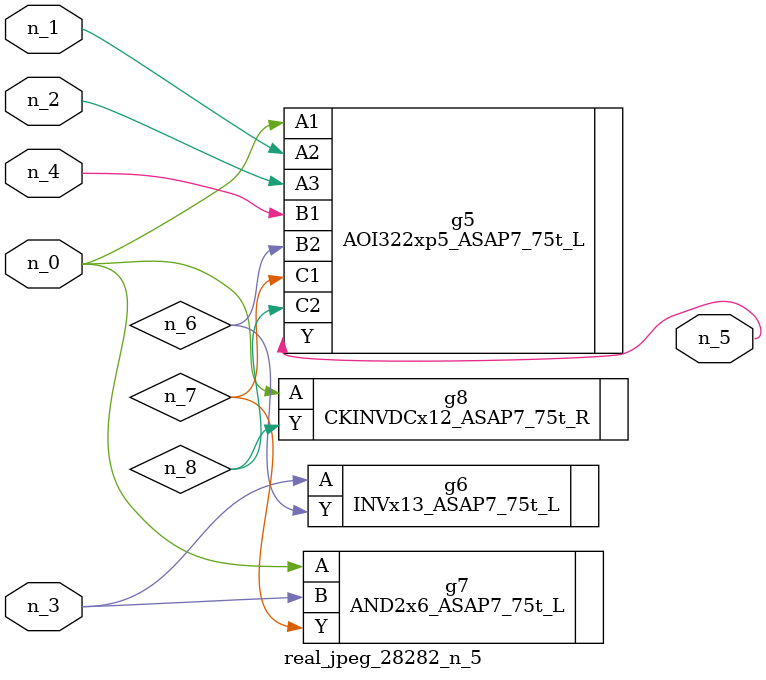
<source format=v>
module real_jpeg_28282_n_5 (n_4, n_0, n_1, n_2, n_3, n_5);

input n_4;
input n_0;
input n_1;
input n_2;
input n_3;

output n_5;

wire n_8;
wire n_6;
wire n_7;

AOI322xp5_ASAP7_75t_L g5 ( 
.A1(n_0),
.A2(n_1),
.A3(n_2),
.B1(n_4),
.B2(n_6),
.C1(n_7),
.C2(n_8),
.Y(n_5)
);

AND2x6_ASAP7_75t_L g7 ( 
.A(n_0),
.B(n_3),
.Y(n_7)
);

CKINVDCx12_ASAP7_75t_R g8 ( 
.A(n_0),
.Y(n_8)
);

INVx13_ASAP7_75t_L g6 ( 
.A(n_3),
.Y(n_6)
);


endmodule
</source>
